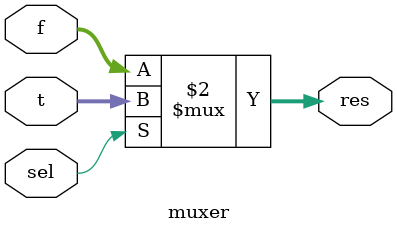
<source format=v>
`timescale 1ns / 1ps


module muxer(
    input sel,
    input [63:0] t,
    input [63:0] f,
    output [63:0] res
    );
    
    assign res = (sel == 1'b1) ? t : f;
endmodule

</source>
